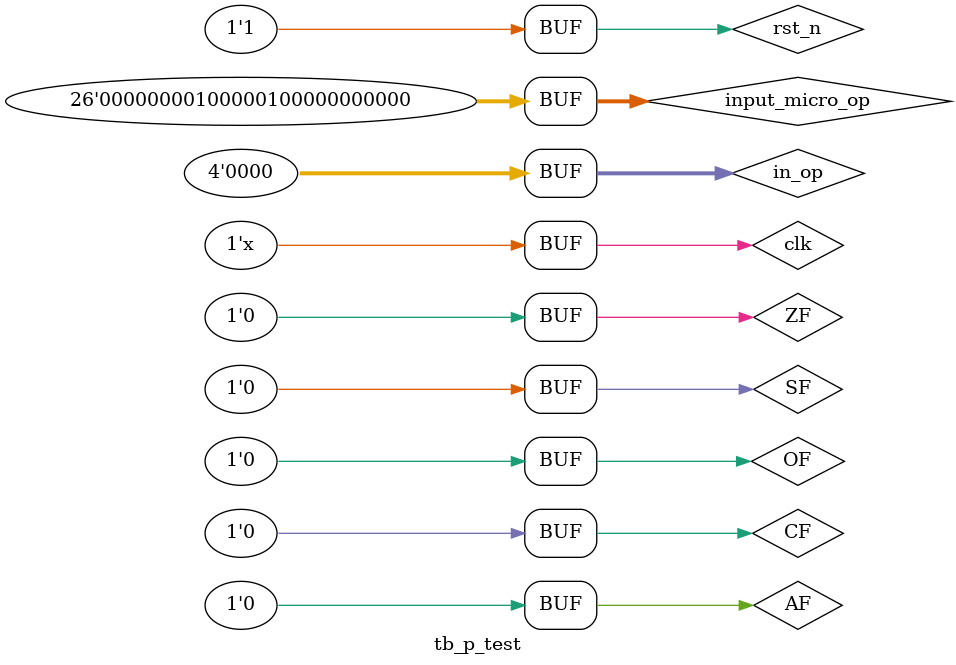
<source format=v>
`timescale 1ns / 1ps

module tb_p_test;
    reg clk           ;
    reg rst_n         ;
    reg [25:0] input_micro_op;
    reg [3:0] in_op         ;
    reg CF            ;
    reg AF            ;
    reg ZF            ;
    reg SF            ;
    reg OF            ;
    // outports wire
    wire [25:0] 	output_micro_op;

    p_test u_p_test(
               .clk             	( clk              ),
               .rst_n           	( rst_n            ),
               .input_micro_op  	( input_micro_op   ),
               .in_op           	( in_op            ),
               .CF              	( CF               ),
               .AF              	( AF               ),
               .ZF              	( ZF               ),
               .SF              	( SF               ),
               .OF              	( OF               ),
               .output_micro_op 	( output_micro_op  )
           );
    initial begin
        rst_n=1'd0;
        clk=1'd0;
        in_op<=4'd0;
        CF<=1'd0;
        AF<=1'd0;
        ZF<=1'd0;
        SF<=1'd0;
        OF<=1'd0;
        #10
         rst_n=1'd1;
        #20
         input_micro_op=26'b00000100000000000000_000001;
        #20
         input_micro_op=26'b00000000100000100000_000000;
    end
    always #10 begin
        clk<=~clk;
    end

endmodule

</source>
